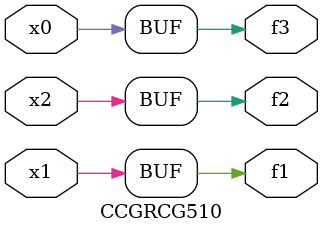
<source format=v>
module CCGRCG510(
	input x0, x1, x2,
	output f1, f2, f3
);
	assign f1 = x1;
	assign f2 = x2;
	assign f3 = x0;
endmodule

</source>
